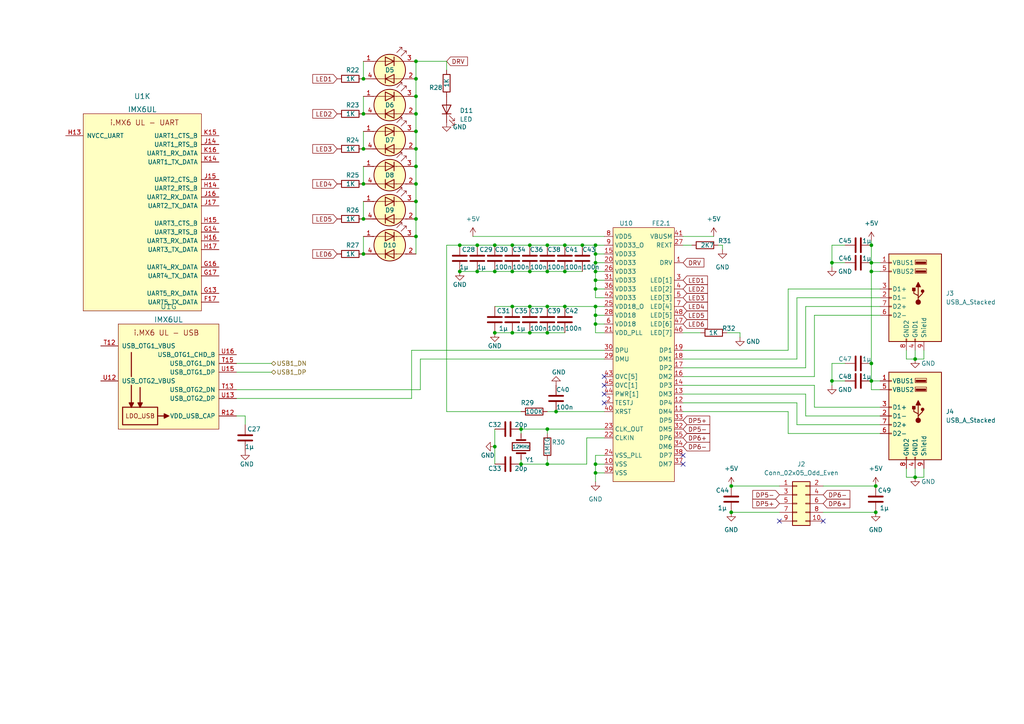
<source format=kicad_sch>
(kicad_sch (version 20211123) (generator eeschema)
  (paper "A4")
  (junction (at 252.73 105.41))
  (junction (at 153.67 71.12))
  (junction (at 163.83 78.74))
  (junction (at 120.65 38.1))
  (junction (at 148.59 88.9))
  (junction (at 252.73 110.49))
  (junction (at 153.67 78.74))
  (junction (at 120.65 17.78))
  (junction (at 172.72 83.82))
  (junction (at 172.72 91.44))
  (junction (at 158.75 88.9))
  (junction (at 161.29 119.38))
  (junction (at 105.41 43.18))
  (junction (at 172.72 93.98))
  (junction (at 138.43 78.74))
  (junction (at 172.72 81.28))
  (junction (at 120.65 27.94))
  (junction (at 252.73 71.12))
  (junction (at 158.75 71.12))
  (junction (at 252.73 76.2))
  (junction (at 105.41 53.34))
  (junction (at 254 148.59))
  (junction (at 172.72 76.2))
  (junction (at 168.91 71.12))
  (junction (at 158.75 124.46))
  (junction (at 265.43 138.43))
  (junction (at 148.59 78.74))
  (junction (at 143.51 78.74))
  (junction (at 254 140.97))
  (junction (at 120.65 53.34))
  (junction (at 105.41 63.5))
  (junction (at 158.75 96.52))
  (junction (at 120.65 68.58))
  (junction (at 148.59 96.52))
  (junction (at 212.09 140.97))
  (junction (at 120.65 33.02))
  (junction (at 133.35 78.74))
  (junction (at 241.3 110.49))
  (junction (at 172.72 88.9))
  (junction (at 143.51 71.12))
  (junction (at 153.67 88.9))
  (junction (at 148.59 71.12))
  (junction (at 120.65 58.42))
  (junction (at 172.72 73.66))
  (junction (at 120.65 22.86))
  (junction (at 151.13 134.62))
  (junction (at 120.65 63.5))
  (junction (at 163.83 88.9))
  (junction (at 143.51 129.54))
  (junction (at 241.3 76.2))
  (junction (at 158.75 134.62))
  (junction (at 172.72 78.74))
  (junction (at 172.72 134.62))
  (junction (at 172.72 71.12))
  (junction (at 120.65 48.26))
  (junction (at 153.67 96.52))
  (junction (at 133.35 71.12))
  (junction (at 105.41 22.86))
  (junction (at 143.51 96.52))
  (junction (at 172.72 137.16))
  (junction (at 252.73 78.74))
  (junction (at 105.41 73.66))
  (junction (at 105.41 33.02))
  (junction (at 212.09 148.59))
  (junction (at 163.83 71.12))
  (junction (at 120.65 43.18))
  (junction (at 138.43 71.12))
  (junction (at 265.43 104.14))
  (junction (at 151.13 124.46))
  (junction (at 158.75 78.74))
  (no_connect (at 198.12 134.62))
  (no_connect (at 198.12 132.08))
  (no_connect (at 175.26 114.3))
  (no_connect (at 175.26 111.76))
  (no_connect (at 175.26 109.22))
  (no_connect (at 238.76 151.13))
  (no_connect (at 226.06 151.13))
  (no_connect (at 175.26 116.84))
  (wire (pts (xy 105.41 48.26) (xy 105.41 53.34)))
  (wire (pts (xy 252.73 71.12) (xy 252.73 76.2)))
  (wire (pts (xy 198.12 109.22) (xy 236.22 109.22)))
  (wire (pts (xy 105.41 27.94) (xy 105.41 33.02)))
  (wire (pts (xy 148.59 88.9) (xy 153.67 88.9)))
  (wire (pts (xy 138.43 78.74) (xy 133.35 78.74)))
  (wire (pts (xy 120.65 68.58) (xy 120.65 73.66)))
  (wire (pts (xy 120.65 22.86) (xy 120.65 27.94)))
  (wire (pts (xy 148.59 71.12) (xy 153.67 71.12)))
  (wire (pts (xy 158.75 124.46) (xy 158.75 125.73)))
  (wire (pts (xy 198.12 68.58) (xy 207.01 68.58)))
  (wire (pts (xy 198.12 71.12) (xy 200.66 71.12)))
  (wire (pts (xy 170.18 134.62) (xy 158.75 134.62)))
  (wire (pts (xy 172.72 93.98) (xy 172.72 96.52)))
  (wire (pts (xy 153.67 78.74) (xy 148.59 78.74)))
  (wire (pts (xy 172.72 86.36) (xy 172.72 83.82)))
  (wire (pts (xy 233.68 88.9) (xy 255.27 88.9)))
  (wire (pts (xy 172.72 81.28) (xy 172.72 78.74)))
  (wire (pts (xy 172.72 73.66) (xy 172.72 71.12)))
  (wire (pts (xy 68.58 113.03) (xy 121.92 113.03)))
  (wire (pts (xy 208.28 71.12) (xy 209.55 71.12)))
  (wire (pts (xy 236.22 109.22) (xy 236.22 91.44)))
  (wire (pts (xy 158.75 124.46) (xy 151.13 124.46)))
  (wire (pts (xy 172.72 137.16) (xy 175.26 137.16)))
  (wire (pts (xy 105.41 17.78) (xy 105.41 22.86)))
  (wire (pts (xy 158.75 71.12) (xy 163.83 71.12)))
  (wire (pts (xy 214.63 96.52) (xy 214.63 97.79)))
  (wire (pts (xy 231.14 116.84) (xy 231.14 123.19)))
  (wire (pts (xy 172.72 91.44) (xy 175.26 91.44)))
  (wire (pts (xy 172.72 73.66) (xy 175.26 73.66)))
  (wire (pts (xy 168.91 71.12) (xy 172.72 71.12)))
  (wire (pts (xy 172.72 96.52) (xy 175.26 96.52)))
  (wire (pts (xy 252.73 113.03) (xy 255.27 113.03)))
  (wire (pts (xy 252.73 76.2) (xy 252.73 78.74)))
  (wire (pts (xy 120.65 38.1) (xy 120.65 43.18)))
  (wire (pts (xy 129.54 71.12) (xy 133.35 71.12)))
  (wire (pts (xy 158.75 96.52) (xy 163.83 96.52)))
  (wire (pts (xy 129.54 119.38) (xy 151.13 119.38)))
  (wire (pts (xy 172.72 83.82) (xy 175.26 83.82)))
  (wire (pts (xy 262.89 101.6) (xy 262.89 104.14)))
  (wire (pts (xy 228.6 101.6) (xy 228.6 83.82)))
  (wire (pts (xy 105.41 58.42) (xy 105.41 63.5)))
  (wire (pts (xy 175.26 86.36) (xy 172.72 86.36)))
  (wire (pts (xy 172.72 78.74) (xy 172.72 76.2)))
  (wire (pts (xy 241.3 105.41) (xy 241.3 110.49)))
  (wire (pts (xy 148.59 78.74) (xy 143.51 78.74)))
  (wire (pts (xy 231.14 123.19) (xy 255.27 123.19)))
  (wire (pts (xy 158.75 124.46) (xy 175.26 124.46)))
  (wire (pts (xy 175.26 127) (xy 170.18 127)))
  (wire (pts (xy 252.73 76.2) (xy 255.27 76.2)))
  (wire (pts (xy 233.68 120.65) (xy 233.68 114.3)))
  (wire (pts (xy 265.43 135.89) (xy 265.43 138.43)))
  (wire (pts (xy 71.12 120.65) (xy 71.12 123.19)))
  (wire (pts (xy 158.75 78.74) (xy 153.67 78.74)))
  (wire (pts (xy 231.14 104.14) (xy 231.14 86.36)))
  (wire (pts (xy 133.35 71.12) (xy 138.43 71.12)))
  (wire (pts (xy 68.58 115.57) (xy 119.38 115.57)))
  (wire (pts (xy 120.65 63.5) (xy 120.65 68.58)))
  (wire (pts (xy 233.68 106.68) (xy 233.68 88.9)))
  (wire (pts (xy 228.6 125.73) (xy 228.6 119.38)))
  (wire (pts (xy 121.92 104.14) (xy 121.92 113.03)))
  (wire (pts (xy 172.72 83.82) (xy 172.72 81.28)))
  (wire (pts (xy 252.73 69.85) (xy 252.73 71.12)))
  (wire (pts (xy 172.72 134.62) (xy 175.26 134.62)))
  (wire (pts (xy 252.73 110.49) (xy 252.73 113.03)))
  (wire (pts (xy 172.72 71.12) (xy 175.26 71.12)))
  (wire (pts (xy 163.83 88.9) (xy 172.72 88.9)))
  (wire (pts (xy 241.3 110.49) (xy 241.3 111.76)))
  (wire (pts (xy 236.22 118.11) (xy 255.27 118.11)))
  (wire (pts (xy 212.09 148.59) (xy 226.06 148.59)))
  (wire (pts (xy 161.29 119.38) (xy 175.26 119.38)))
  (wire (pts (xy 198.12 104.14) (xy 231.14 104.14)))
  (wire (pts (xy 129.54 17.78) (xy 129.54 20.32)))
  (wire (pts (xy 241.3 76.2) (xy 241.3 77.47)))
  (wire (pts (xy 143.51 71.12) (xy 148.59 71.12)))
  (wire (pts (xy 143.51 129.54) (xy 143.51 134.62)))
  (wire (pts (xy 153.67 71.12) (xy 158.75 71.12)))
  (wire (pts (xy 265.43 101.6) (xy 265.43 104.14)))
  (wire (pts (xy 158.75 134.62) (xy 151.13 134.62)))
  (wire (pts (xy 137.16 68.58) (xy 175.26 68.58)))
  (wire (pts (xy 252.73 78.74) (xy 252.73 105.41)))
  (wire (pts (xy 170.18 127) (xy 170.18 134.62)))
  (wire (pts (xy 228.6 83.82) (xy 255.27 83.82)))
  (wire (pts (xy 120.65 43.18) (xy 120.65 48.26)))
  (wire (pts (xy 68.58 120.65) (xy 71.12 120.65)))
  (wire (pts (xy 267.97 138.43) (xy 267.97 135.89)))
  (wire (pts (xy 120.65 48.26) (xy 120.65 53.34)))
  (wire (pts (xy 105.41 38.1) (xy 105.41 43.18)))
  (wire (pts (xy 209.55 71.12) (xy 209.55 72.39)))
  (wire (pts (xy 265.43 104.14) (xy 267.97 104.14)))
  (wire (pts (xy 198.12 101.6) (xy 228.6 101.6)))
  (wire (pts (xy 175.26 132.08) (xy 172.72 132.08)))
  (wire (pts (xy 172.72 134.62) (xy 172.72 137.16)))
  (wire (pts (xy 143.51 96.52) (xy 148.59 96.52)))
  (wire (pts (xy 262.89 138.43) (xy 265.43 138.43)))
  (wire (pts (xy 262.89 104.14) (xy 265.43 104.14)))
  (wire (pts (xy 143.51 88.9) (xy 148.59 88.9)))
  (wire (pts (xy 241.3 71.12) (xy 241.3 76.2)))
  (wire (pts (xy 151.13 133.35) (xy 151.13 134.62)))
  (wire (pts (xy 245.11 105.41) (xy 241.3 105.41)))
  (wire (pts (xy 172.72 137.16) (xy 172.72 139.7)))
  (wire (pts (xy 238.76 148.59) (xy 254 148.59)))
  (wire (pts (xy 245.11 76.2) (xy 241.3 76.2)))
  (wire (pts (xy 228.6 125.73) (xy 255.27 125.73)))
  (wire (pts (xy 172.72 132.08) (xy 172.72 134.62)))
  (wire (pts (xy 158.75 119.38) (xy 161.29 119.38)))
  (wire (pts (xy 172.72 88.9) (xy 172.72 91.44)))
  (wire (pts (xy 228.6 119.38) (xy 198.12 119.38)))
  (wire (pts (xy 120.65 53.34) (xy 120.65 58.42)))
  (wire (pts (xy 163.83 71.12) (xy 168.91 71.12)))
  (wire (pts (xy 236.22 111.76) (xy 236.22 118.11)))
  (wire (pts (xy 252.73 105.41) (xy 252.73 110.49)))
  (wire (pts (xy 172.72 76.2) (xy 172.72 73.66)))
  (wire (pts (xy 120.65 27.94) (xy 120.65 33.02)))
  (wire (pts (xy 198.12 96.52) (xy 203.2 96.52)))
  (wire (pts (xy 198.12 111.76) (xy 236.22 111.76)))
  (wire (pts (xy 168.91 78.74) (xy 163.83 78.74)))
  (wire (pts (xy 245.11 110.49) (xy 241.3 110.49)))
  (wire (pts (xy 172.72 76.2) (xy 175.26 76.2)))
  (wire (pts (xy 172.72 78.74) (xy 175.26 78.74)))
  (wire (pts (xy 245.11 71.12) (xy 241.3 71.12)))
  (wire (pts (xy 265.43 138.43) (xy 267.97 138.43)))
  (wire (pts (xy 158.75 88.9) (xy 163.83 88.9)))
  (wire (pts (xy 252.73 110.49) (xy 255.27 110.49)))
  (wire (pts (xy 252.73 78.74) (xy 255.27 78.74)))
  (wire (pts (xy 198.12 106.68) (xy 233.68 106.68)))
  (wire (pts (xy 212.09 140.97) (xy 226.06 140.97)))
  (wire (pts (xy 158.75 133.35) (xy 158.75 134.62)))
  (wire (pts (xy 120.65 17.78) (xy 129.54 17.78)))
  (wire (pts (xy 175.26 104.14) (xy 121.92 104.14)))
  (wire (pts (xy 175.26 101.6) (xy 119.38 101.6)))
  (wire (pts (xy 138.43 71.12) (xy 143.51 71.12)))
  (wire (pts (xy 175.26 88.9) (xy 172.72 88.9)))
  (wire (pts (xy 163.83 78.74) (xy 158.75 78.74)))
  (wire (pts (xy 120.65 33.02) (xy 120.65 38.1)))
  (wire (pts (xy 143.51 124.46) (xy 143.51 129.54)))
  (wire (pts (xy 153.67 96.52) (xy 158.75 96.52)))
  (wire (pts (xy 105.41 68.58) (xy 105.41 73.66)))
  (wire (pts (xy 120.65 58.42) (xy 120.65 63.5)))
  (wire (pts (xy 233.68 114.3) (xy 198.12 114.3)))
  (wire (pts (xy 143.51 78.74) (xy 138.43 78.74)))
  (wire (pts (xy 129.54 119.38) (xy 129.54 71.12)))
  (wire (pts (xy 238.76 140.97) (xy 254 140.97)))
  (wire (pts (xy 68.58 105.41) (xy 78.74 105.41)))
  (wire (pts (xy 151.13 124.46) (xy 151.13 125.73)))
  (wire (pts (xy 233.68 120.65) (xy 255.27 120.65)))
  (wire (pts (xy 172.72 81.28) (xy 175.26 81.28)))
  (wire (pts (xy 153.67 88.9) (xy 158.75 88.9)))
  (wire (pts (xy 267.97 104.14) (xy 267.97 101.6)))
  (wire (pts (xy 68.58 107.95) (xy 78.74 107.95)))
  (wire (pts (xy 119.38 101.6) (xy 119.38 115.57)))
  (wire (pts (xy 231.14 86.36) (xy 255.27 86.36)))
  (wire (pts (xy 210.82 96.52) (xy 214.63 96.52)))
  (wire (pts (xy 262.89 135.89) (xy 262.89 138.43)))
  (wire (pts (xy 172.72 93.98) (xy 175.26 93.98)))
  (wire (pts (xy 148.59 96.52) (xy 153.67 96.52)))
  (wire (pts (xy 120.65 17.78) (xy 120.65 22.86)))
  (wire (pts (xy 198.12 116.84) (xy 231.14 116.84)))
  (wire (pts (xy 172.72 91.44) (xy 172.72 93.98)))
  (wire (pts (xy 236.22 91.44) (xy 255.27 91.44)))
  (global_label "LED2" (shape input) (at 97.79 33.02 180) (property "Intersheet References" "${INTERSHEET_REFS}" (effects hide)))
  (global_label "DRV" (shape input) (at 129.54 17.78 0) (property "Intersheet References" "${INTERSHEET_REFS}" (effects hide)))
  (global_label "DP6+" (shape input) (at 198.12 127 0) (property "Intersheet References" "${INTERSHEET_REFS}" (effects hide)))
  (global_label "LED2" (shape input) (at 198.12 83.82 0) (property "Intersheet References" "${INTERSHEET_REFS}" (effects hide)))
  (global_label "DP6-" (shape input) (at 238.76 143.51 0) (property "Intersheet References" "${INTERSHEET_REFS}" (effects hide)))
  (global_label "LED6" (shape input) (at 198.12 93.98 0) (property "Intersheet References" "${INTERSHEET_REFS}" (effects hide)))
  (global_label "LED3" (shape input) (at 198.12 86.36 0) (property "Intersheet References" "${INTERSHEET_REFS}" (effects hide)))
  (global_label "LED3" (shape input) (at 97.79 43.18 180) (property "Intersheet References" "${INTERSHEET_REFS}" (effects hide)))
  (global_label "DP5-" (shape input) (at 198.12 124.46 0) (property "Intersheet References" "${INTERSHEET_REFS}" (effects hide)))
  (global_label "LED4" (shape input) (at 198.12 88.9 0) (property "Intersheet References" "${INTERSHEET_REFS}" (effects hide)))
  (global_label "LED6" (shape input) (at 97.79 73.66 180) (property "Intersheet References" "${INTERSHEET_REFS}" (effects hide)))
  (global_label "LED5" (shape input) (at 198.12 91.44 0) (property "Intersheet References" "${INTERSHEET_REFS}" (effects hide)))
  (global_label "DP6-" (shape input) (at 198.12 129.54 0) (property "Intersheet References" "${INTERSHEET_REFS}" (effects hide)))
  (global_label "DP5-" (shape input) (at 226.06 143.51 180) (property "Intersheet References" "${INTERSHEET_REFS}" (effects hide)))
  (global_label "DP6+" (shape input) (at 238.76 146.05 0) (property "Intersheet References" "${INTERSHEET_REFS}" (effects hide)))
  (global_label "LED5" (shape input) (at 97.79 63.5 180) (property "Intersheet References" "${INTERSHEET_REFS}" (effects hide)))
  (global_label "LED1" (shape input) (at 198.12 81.28 0) (property "Intersheet References" "${INTERSHEET_REFS}" (effects hide)))
  (global_label "DP5+" (shape input) (at 226.06 146.05 180) (property "Intersheet References" "${INTERSHEET_REFS}" (effects hide)))
  (global_label "DP5+" (shape input) (at 198.12 121.92 0) (property "Intersheet References" "${INTERSHEET_REFS}" (effects hide)))
  (global_label "DRV" (shape input) (at 198.12 76.2 0) (property "Intersheet References" "${INTERSHEET_REFS}" (effects hide)))
  (global_label "LED4" (shape input) (at 97.79 53.34 180) (property "Intersheet References" "${INTERSHEET_REFS}" (effects hide)))
  (global_label "LED1" (shape input) (at 97.79 22.86 180) (property "Intersheet References" "${INTERSHEET_REFS}" (effects hide)))
  (hierarchical_label "USB1_DN" (shape bidirectional) (at 78.74 105.41 0))
  (hierarchical_label "USB1_DP" (shape bidirectional) (at 78.74 107.95 0))
  (symbol (lib_id "Device:C") (at 143.51 92.71 0) (unit 1)
    (property "Reference" "C31" (at 146.05 90.17 0))
    (property "Value" "1µ" (at 146.05 95.25 0))
    (property "Footprint" "Capacitor_SMD:C_0402_1005Metric" (effects hide))
    (property "LCSC" "C5142580" (effects hide))
  )
  (symbol (lib_id "Device:R") (at 101.6 53.34 270) (unit 1)
    (property "Reference" "R25" (at 100.33 50.8 90) (effects (justify left)))
    (property "Value" "1K" (at 100.33 53.34 90) (effects (justify left)))
    (property "Footprint" "Resistor_SMD:R_0402_1005Metric" (effects hide))
  )
  (symbol (lib_id "TheBrutzlers_Lib:LED_Dual_LED") (at 113.03 60.96 0) (unit 1)
    (property "Reference" "D9" (at 113.03 60.96 0))
    (property "Value" "LED_Dual_LED" (effects hide))
    (property "Footprint" "TheBrutzlers_Lib:DUAL_LED_0603" (effects hide))
    (property "LCSC" "C364568" (effects hide))
  )
  (symbol (lib_id "power:GND") (at 143.51 96.52 0) (unit 1)
    (property "Reference" "#PWR053" (effects hide))
    (property "Value" "GND" (at 143.51 100.33 0))
  )
  (symbol (lib_id "Device:C") (at 168.91 74.93 0) (unit 1)
    (property "Reference" "C43" (at 168.91 72.39 0) (effects (justify left)))
    (property "Value" "100n" (at 168.91 77.47 0) (effects (justify left)))
    (property "Footprint" "Capacitor_SMD:C_0402_1005Metric" (effects hide))
    (property "LCSC" "C83056" (effects hide))
  )
  (symbol (lib_id "power:GND") (at 265.43 104.14 0) (unit 1)
    (property "Reference" "#PWR067" (effects hide))
    (property "Value" "GND" (at 269.24 105.41 0))
  )
  (symbol (lib_id "Device:R") (at 101.6 33.02 270) (unit 1)
    (property "Reference" "R23" (at 100.33 30.48 90) (effects (justify left)))
    (property "Value" "1K" (at 100.33 33.02 90) (effects (justify left)))
    (property "Footprint" "Resistor_SMD:R_0402_1005Metric" (effects hide))
  )
  (symbol (lib_id "power:GND") (at 129.54 35.56 0) (unit 1)
    (property "Reference" "#PWR050" (effects hide))
    (property "Value" "GND" (at 133.35 36.83 0))
  )
  (symbol (lib_id "Device:C") (at 153.67 92.71 0) (unit 1)
    (property "Reference" "C37" (at 153.67 90.17 0) (effects (justify left)))
    (property "Value" "100n" (at 153.67 95.25 0) (effects (justify left)))
    (property "Footprint" "Capacitor_SMD:C_0402_1005Metric" (effects hide))
    (property "LCSC" "C83056" (effects hide))
  )
  (symbol (lib_id "power:GND") (at 161.29 111.76 180) (unit 1)
    (property "Reference" "#PWR055" (effects hide))
    (property "Value" "GND" (at 160.02 107.95 0) (effects (justify right)))
  )
  (symbol (lib_id "Device:R") (at 101.6 73.66 270) (unit 1)
    (property "Reference" "R27" (at 100.33 71.12 90) (effects (justify left)))
    (property "Value" "1K" (at 100.33 73.66 90) (effects (justify left)))
    (property "Footprint" "Resistor_SMD:R_0402_1005Metric" (effects hide))
  )
  (symbol (lib_id "power:GND") (at 265.43 138.43 0) (unit 1)
    (property "Reference" "#PWR068" (effects hide))
    (property "Value" "GND" (at 269.24 139.7 0))
  )
  (symbol (lib_id "Device:C") (at 248.92 76.2 270) (unit 1)
    (property "Reference" "C46" (at 245.11 74.93 90))
    (property "Value" "1µ" (at 251.46 74.93 90))
    (property "Footprint" "Capacitor_SMD:C_0402_1005Metric" (effects hide))
    (property "LCSC" "C5142580" (effects hide))
  )
  (symbol (lib_id "TheBrutzlers_Lib:LED_Dual_LED") (at 113.03 50.8 0) (unit 1)
    (property "Reference" "D8" (at 113.03 50.8 0))
    (property "Value" "LED_Dual_LED" (effects hide))
    (property "Footprint" "TheBrutzlers_Lib:DUAL_LED_0603" (effects hide))
    (property "LCSC" "C364568" (effects hide))
  )
  (symbol (lib_id "TheBrutzlers_Lib:LED_Dual_LED") (at 113.03 20.32 0) (unit 1)
    (property "Reference" "D5" (at 113.03 20.32 0))
    (property "Value" "LED_Dual_LED" (effects hide))
    (property "Footprint" "TheBrutzlers_Lib:DUAL_LED_0603" (effects hide))
    (property "LCSC" "C364568" (effects hide))
  )
  (symbol (lib_id "Device:C") (at 148.59 74.93 0) (unit 1)
    (property "Reference" "C34" (at 148.59 72.39 0) (effects (justify left)))
    (property "Value" "100n" (at 148.59 77.47 0) (effects (justify left)))
    (property "Footprint" "Capacitor_SMD:C_0402_1005Metric" (effects hide))
    (property "LCSC" "C83056" (effects hide))
  )
  (symbol (lib_id "Device:R") (at 204.47 71.12 270) (unit 1)
    (property "Reference" "R31" (at 208.28 69.85 90) (effects (justify left)))
    (property "Value" "2K7" (at 203.2 71.12 90) (effects (justify left)))
    (property "Footprint" "Resistor_SMD:R_0402_1005Metric" (effects hide))
    (property "LCSC" "C140189" (effects hide))
  )
  (symbol (lib_id "Device:R") (at 129.54 24.13 0) (unit 1)
    (property "Reference" "R28" (at 124.46 25.4 0) (effects (justify left)))
    (property "Value" "1K" (at 129.54 25.4 90) (effects (justify left)))
    (property "Footprint" "Resistor_SMD:R_0402_1005Metric" (effects hide))
  )
  (symbol (lib_id "Connector:USB_A_Stacked") (at 265.43 120.65 0) (mirror y) (unit 1)
    (property "Reference" "J4" (at 274.32 119.3799 0) (effects (justify right)))
    (property "Value" "USB_A_Stacked" (at 274.32 121.9199 0) (effects (justify right)))
    (property "Footprint" "Connector_USB:USB_A_Wuerth_61400826021_Horizontal_Stacked" (effects hide))
    (property "LCSC" "C2979073" (effects hide))
  )
  (symbol (lib_id "Device:R") (at 154.94 119.38 90) (unit 1)
    (property "Reference" "R29" (at 154.94 116.84 90) (effects (justify left)))
    (property "Value" "100K" (at 157.48 119.38 90) (effects (justify left)))
    (property "Footprint" "Resistor_SMD:R_0402_1005Metric" (effects hide))
  )
  (symbol (lib_id "power:+5V") (at 252.73 69.85 0) (unit 1)
    (property "Reference" "#PWR064" (effects hide))
    (property "Value" "+5V" (at 252.73 64.77 0))
  )
  (symbol (lib_id "Device:C") (at 147.32 124.46 90) (unit 1)
    (property "Reference" "C32" (at 143.51 123.19 90))
    (property "Value" "20p" (at 151.13 123.19 90))
    (property "Footprint" "Capacitor_SMD:C_0402_1005Metric" (effects hide))
    (property "LCSC" "C880615" (effects hide))
  )
  (symbol (lib_id "power:GND") (at 71.12 130.81 0) (unit 1)
    (property "Reference" "#PWR049" (effects hide))
    (property "Value" "GND" (at 73.66 134.62 0) (effects (justify right)))
  )
  (symbol (lib_id "Device:C") (at 138.43 74.93 0) (unit 1)
    (property "Reference" "C29" (at 140.97 72.39 0))
    (property "Value" "1µ" (at 139.7 77.47 0))
    (property "Footprint" "Capacitor_SMD:C_0402_1005Metric" (effects hide))
    (property "LCSC" "C5142580" (effects hide))
  )
  (symbol (lib_id "TheBrutzlers_Lib:IMX6UL") (at 48.26 93.98 0) (unit 7)
    (property "Reference" "U1" (at 48.895 88.9 0) (effects (font (size 1.524 1.524))))
    (property "Value" "IMX6UL" (at 48.895 92.71 0) (effects (font (size 1.524 1.524))))
    (property "Footprint" "TheBrutzlers_Lib:IMX6UL_BGA289" (effects hide))
    (property "Datasheet" "https://www.mouser.de/datasheet/2/302/IMX6ULLIEC-1126297.pdf" (effects hide))
    (property "LCSC" "C414042" (effects hide))
  )
  (symbol (lib_id "power:+5V") (at 254 140.97 0) (unit 1)
    (property "Reference" "#PWR065" (effects hide))
    (property "Value" "+5V" (at 254 135.89 0))
  )
  (symbol (lib_id "Device:C") (at 71.12 127 0) (unit 1)
    (property "Reference" "C27" (at 73.66 124.46 0))
    (property "Value" "1µ" (at 72.39 129.54 0))
    (property "Footprint" "Capacitor_SMD:C_0402_1005Metric" (effects hide))
    (property "LCSC" "C5142580" (effects hide))
  )
  (symbol (lib_id "Device:C") (at 153.67 74.93 0) (unit 1)
    (property "Reference" "C36" (at 153.67 72.39 0) (effects (justify left)))
    (property "Value" "100n" (at 153.67 77.47 0) (effects (justify left)))
    (property "Footprint" "Capacitor_SMD:C_0402_1005Metric" (effects hide))
    (property "LCSC" "C83056" (effects hide))
  )
  (symbol (lib_id "TheBrutzlers_Lib:LED_Dual_LED") (at 113.03 30.48 0) (unit 1)
    (property "Reference" "D6" (at 113.03 30.48 0))
    (property "Value" "LED_Dual_LED" (effects hide))
    (property "Footprint" "TheBrutzlers_Lib:DUAL_LED_0603" (effects hide))
    (property "LCSC" "C364568" (effects hide))
  )
  (symbol (lib_id "Device:C") (at 147.32 134.62 90) (unit 1)
    (property "Reference" "C33" (at 143.51 135.89 90))
    (property "Value" "20p" (at 151.13 135.89 90))
    (property "Footprint" "Capacitor_SMD:C_0402_1005Metric" (effects hide))
    (property "LCSC" "C880615" (effects hide))
  )
  (symbol (lib_id "Device:C") (at 158.75 92.71 0) (unit 1)
    (property "Reference" "C39" (at 158.75 90.17 0) (effects (justify left)))
    (property "Value" "100n" (at 158.75 95.25 0) (effects (justify left)))
    (property "Footprint" "Capacitor_SMD:C_0402_1005Metric" (effects hide))
    (property "LCSC" "C83056" (effects hide))
  )
  (symbol (lib_id "Device:R") (at 158.75 129.54 0) (unit 1)
    (property "Reference" "R30" (at 160.02 128.27 0) (effects (justify left)))
    (property "Value" "1MEG" (at 158.75 132.08 90) (effects (justify left)))
    (property "Footprint" "Resistor_SMD:R_0402_1005Metric" (effects hide))
    (property "LCSC" "C2909328" (effects hide))
  )
  (symbol (lib_id "power:GND") (at 241.3 111.76 0) (unit 1)
    (property "Reference" "#PWR063" (effects hide))
    (property "Value" "GND" (at 245.11 113.03 0))
  )
  (symbol (lib_id "Device:C") (at 148.59 92.71 0) (unit 1)
    (property "Reference" "C35" (at 151.13 90.17 0))
    (property "Value" "1µ" (at 151.13 95.25 0))
    (property "Footprint" "Capacitor_SMD:C_0402_1005Metric" (effects hide))
    (property "LCSC" "C5142580" (effects hide))
  )
  (symbol (lib_id "TheBrutzlers_Lib:LED_Dual_LED") (at 113.03 40.64 0) (unit 1)
    (property "Reference" "D7" (at 113.03 40.64 0))
    (property "Value" "LED_Dual_LED" (effects hide))
    (property "Footprint" "TheBrutzlers_Lib:DUAL_LED_0603" (effects hide))
    (property "LCSC" "C364568" (effects hide))
  )
  (symbol (lib_id "Device:C") (at 248.92 71.12 270) (unit 1)
    (property "Reference" "C45" (at 245.11 69.85 90))
    (property "Value" "1µ" (at 251.46 69.85 90))
    (property "Footprint" "Capacitor_SMD:C_0402_1005Metric" (effects hide))
    (property "LCSC" "C5142580" (effects hide))
  )
  (symbol (lib_id "power:+5V") (at 207.01 68.58 0) (unit 1)
    (property "Reference" "#PWR057" (effects hide))
    (property "Value" "+5V" (at 207.01 63.5 0))
  )
  (symbol (lib_id "power:GND") (at 241.3 77.47 0) (unit 1)
    (property "Reference" "#PWR062" (effects hide))
    (property "Value" "GND" (at 245.11 78.74 0))
  )
  (symbol (lib_id "Connector_Generic:Conn_02x05_Odd_Even") (at 231.14 146.05 0) (unit 1)
    (property "Reference" "J2" (at 232.41 134.62 0))
    (property "Value" "Conn_02x05_Odd_Even" (at 232.41 137.16 0))
    (property "Footprint" "Connector_PinHeader_2.54mm:PinHeader_2x05_P2.54mm_Vertical" (effects hide))
  )
  (symbol (lib_id "Device:C") (at 161.29 115.57 0) (unit 1)
    (property "Reference" "C40" (at 161.29 113.03 0) (effects (justify left)))
    (property "Value" "100n" (at 161.29 118.11 0) (effects (justify left)))
    (property "Footprint" "Capacitor_SMD:C_0402_1005Metric" (effects hide))
    (property "LCSC" "C83056" (effects hide))
  )
  (symbol (lib_id "power:GND") (at 143.51 129.54 270) (unit 1)
    (property "Reference" "#PWR054" (effects hide))
    (property "Value" "GND" (at 143.51 132.08 90) (effects (justify right)))
  )
  (symbol (lib_id "Device:C") (at 163.83 74.93 0) (unit 1)
    (property "Reference" "C41" (at 163.83 72.39 0) (effects (justify left)))
    (property "Value" "100n" (at 163.83 77.47 0) (effects (justify left)))
    (property "Footprint" "Capacitor_SMD:C_0402_1005Metric" (effects hide))
    (property "LCSC" "C83056" (effects hide))
  )
  (symbol (lib_id "Device:C") (at 133.35 74.93 0) (unit 1)
    (property "Reference" "C28" (at 135.89 72.39 0))
    (property "Value" "1µ" (at 134.62 77.47 0))
    (property "Footprint" "Capacitor_SMD:C_0402_1005Metric" (effects hide))
    (property "LCSC" "C5142580" (effects hide))
  )
  (symbol (lib_id "Device:R") (at 101.6 63.5 270) (unit 1)
    (property "Reference" "R26" (at 100.33 60.96 90) (effects (justify left)))
    (property "Value" "1K" (at 100.33 63.5 90) (effects (justify left)))
    (property "Footprint" "Resistor_SMD:R_0402_1005Metric" (effects hide))
  )
  (symbol (lib_id "Device:LED") (at 129.54 31.75 90) (unit 1)
    (property "Reference" "D11" (at 133.35 32.0674 90) (effects (justify right)))
    (property "Value" "LED" (at 133.35 34.6074 90) (effects (justify right)))
    (property "Footprint" "LED_SMD:LED_0402_1005Metric" (effects hide))
    (property "LCSC" "C965795" (effects hide))
  )
  (symbol (lib_id "Device:C") (at 254 144.78 0) (unit 1)
    (property "Reference" "C49" (at 256.54 142.24 0))
    (property "Value" "1µ" (at 256.54 147.32 0))
    (property "Footprint" "Capacitor_SMD:C_0402_1005Metric" (effects hide))
    (property "LCSC" "C5142580" (effects hide))
  )
  (symbol (lib_id "Device:C") (at 143.51 74.93 0) (unit 1)
    (property "Reference" "C30" (at 143.51 72.39 0) (effects (justify left)))
    (property "Value" "100n" (at 143.51 77.47 0) (effects (justify left)))
    (property "Footprint" "Capacitor_SMD:C_0402_1005Metric" (effects hide))
    (property "LCSC" "C83056" (effects hide))
  )
  (symbol (lib_id "TheBrutzlers_Lib:LED_Dual_LED") (at 113.03 71.12 0) (unit 1)
    (property "Reference" "D10" (at 113.03 71.12 0))
    (property "Value" "LED_Dual_LED" (effects hide))
    (property "Footprint" "TheBrutzlers_Lib:DUAL_LED_0603" (effects hide))
    (property "LCSC" "C364568" (effects hide))
  )
  (symbol (lib_id "Device:R") (at 101.6 22.86 270) (unit 1)
    (property "Reference" "R22" (at 100.33 20.32 90) (effects (justify left)))
    (property "Value" "1K" (at 100.33 22.86 90) (effects (justify left)))
    (property "Footprint" "Resistor_SMD:R_0402_1005Metric" (effects hide))
  )
  (symbol (lib_id "power:GND") (at 212.09 148.59 0) (unit 1)
    (property "Reference" "#PWR060" (effects hide))
    (property "Value" "GND" (at 212.09 153.67 0))
  )
  (symbol (lib_id "TheBrutzlers_Lib:IMX6UL") (at 41.91 33.02 0) (unit 11)
    (property "Reference" "U1" (at 41.275 27.94 0) (effects (font (size 1.524 1.524))))
    (property "Value" "IMX6UL" (at 41.275 31.75 0) (effects (font (size 1.524 1.524))))
    (property "Footprint" "TheBrutzlers_Lib:IMX6UL_BGA289" (effects hide))
    (property "Datasheet" "https://www.mouser.de/datasheet/2/302/IMX6ULLIEC-1126297.pdf" (effects hide))
    (property "LCSC" "C414042" (effects hide))
  )
  (symbol (lib_id "Device:Crystal") (at 151.13 129.54 90) (unit 1)
    (property "Reference" "Y1" (at 152.4 133.35 90) (effects (justify right)))
    (property "Value" "12MHz" (at 148.59 129.54 90) (effects (font (size 1 1)) (justify right)))
    (property "Footprint" "Crystal:Crystal_SMD_ECS_CSM3X-2Pin_7.6x4.1mm" (effects hide))
    (property "LCSC" "C555582" (effects hide))
  )
  (symbol (lib_id "Device:C") (at 163.83 92.71 0) (unit 1)
    (property "Reference" "C42" (at 163.83 90.17 0) (effects (justify left)))
    (property "Value" "100n" (at 163.83 95.25 0) (effects (justify left)))
    (property "Footprint" "Capacitor_SMD:C_0402_1005Metric" (effects hide))
    (property "LCSC" "C83056" (effects hide))
  )
  (symbol (lib_id "power:GND") (at 214.63 97.79 0) (unit 1)
    (property "Reference" "#PWR061" (effects hide))
    (property "Value" "GND" (at 218.44 99.06 0))
  )
  (symbol (lib_id "power:GND") (at 254 148.59 0) (unit 1)
    (property "Reference" "#PWR066" (effects hide))
    (property "Value" "GND" (at 254 153.67 0))
  )
  (symbol (lib_id "Device:C") (at 212.09 144.78 0) (unit 1)
    (property "Reference" "C44" (at 209.55 142.24 0))
    (property "Value" "1µ" (at 209.55 147.32 0))
    (property "Footprint" "Capacitor_SMD:C_0402_1005Metric" (effects hide))
    (property "LCSC" "C5142580" (effects hide))
  )
  (symbol (lib_id "Device:R") (at 207.01 96.52 90) (unit 1)
    (property "Reference" "R32" (at 213.36 95.25 90) (effects (justify left)))
    (property "Value" "1K" (at 208.28 96.52 90) (effects (justify left)))
    (property "Footprint" "Resistor_SMD:R_0402_1005Metric" (effects hide))
  )
  (symbol (lib_id "power:+5V") (at 212.09 140.97 0) (unit 1)
    (property "Reference" "#PWR059" (effects hide))
    (property "Value" "+5V" (at 212.09 135.89 0))
  )
  (symbol (lib_id "Device:C") (at 158.75 74.93 0) (unit 1)
    (property "Reference" "C38" (at 158.75 72.39 0) (effects (justify left)))
    (property "Value" "100n" (at 158.75 77.47 0) (effects (justify left)))
    (property "Footprint" "Capacitor_SMD:C_0402_1005Metric" (effects hide))
    (property "LCSC" "C83056" (effects hide))
  )
  (symbol (lib_id "Device:C") (at 248.92 105.41 270) (unit 1)
    (property "Reference" "C47" (at 245.11 104.14 90))
    (property "Value" "1µ" (at 251.46 104.14 90))
    (property "Footprint" "Capacitor_SMD:C_0402_1005Metric" (effects hide))
    (property "LCSC" "C5142580" (effects hide))
  )
  (symbol (lib_id "TheBrutzlers_Lib:FE2.1") (at 187.96 99.06 0) (unit 1)
    (property "Reference" "U10" (at 181.61 64.77 0))
    (property "Value" "FE2.1" (at 191.77 64.77 0))
    (property "Footprint" "Package_QFP:LQFP-48_7x7mm_P0.5mm" (effects hide))
    (property "Datasheet" "https://datasheet.lcsc.com/lcsc/2208041530_Terminus-Tech-FE2-1_C39693.pdf" (effects hide))
    (property "LCSC" "C39693" (effects hide))
  )
  (symbol (lib_id "Device:C") (at 248.92 110.49 270) (unit 1)
    (property "Reference" "C48" (at 245.11 109.22 90))
    (property "Value" "1µ" (at 251.46 109.22 90))
    (property "Footprint" "Capacitor_SMD:C_0402_1005Metric" (effects hide))
    (property "LCSC" "C5142580" (effects hide))
  )
  (symbol (lib_id "power:+5V") (at 137.16 68.58 0) (unit 1)
    (property "Reference" "#PWR052" (effects hide))
    (property "Value" "+5V" (at 137.16 63.5 0))
  )
  (symbol (lib_id "Connector:USB_A_Stacked") (at 265.43 86.36 0) (mirror y) (unit 1)
    (property "Reference" "J3" (at 274.32 85.0899 0) (effects (justify right)))
    (property "Value" "USB_A_Stacked" (at 274.32 87.6299 0) (effects (justify right)))
    (property "Footprint" "Connector_USB:USB_A_Wuerth_61400826021_Horizontal_Stacked" (effects hide))
    (property "LCSC" "C2979073" (effects hide))
  )
  (symbol (lib_id "power:GND") (at 209.55 72.39 0) (unit 1)
    (property "Reference" "#PWR058" (effects hide))
    (property "Value" "GND" (at 209.55 77.47 0))
  )
  (symbol (lib_id "power:GND") (at 172.72 139.7 0) (unit 1)
    (property "Reference" "#PWR056" (effects hide))
    (property "Value" "GND" (at 172.72 144.78 0))
  )
  (symbol (lib_id "power:GND") (at 133.35 78.74 0) (unit 1)
    (property "Reference" "#PWR051" (effects hide))
    (property "Value" "GND" (at 133.35 82.55 0))
  )
  (symbol (lib_id "Device:R") (at 101.6 43.18 270) (unit 1)
    (property "Reference" "R24" (at 100.33 40.64 90) (effects (justify left)))
    (property "Value" "1K" (at 100.33 43.18 90) (effects (justify left)))
    (property "Footprint" "Resistor_SMD:R_0402_1005Metric" (effects hide))
  )
)
</source>
